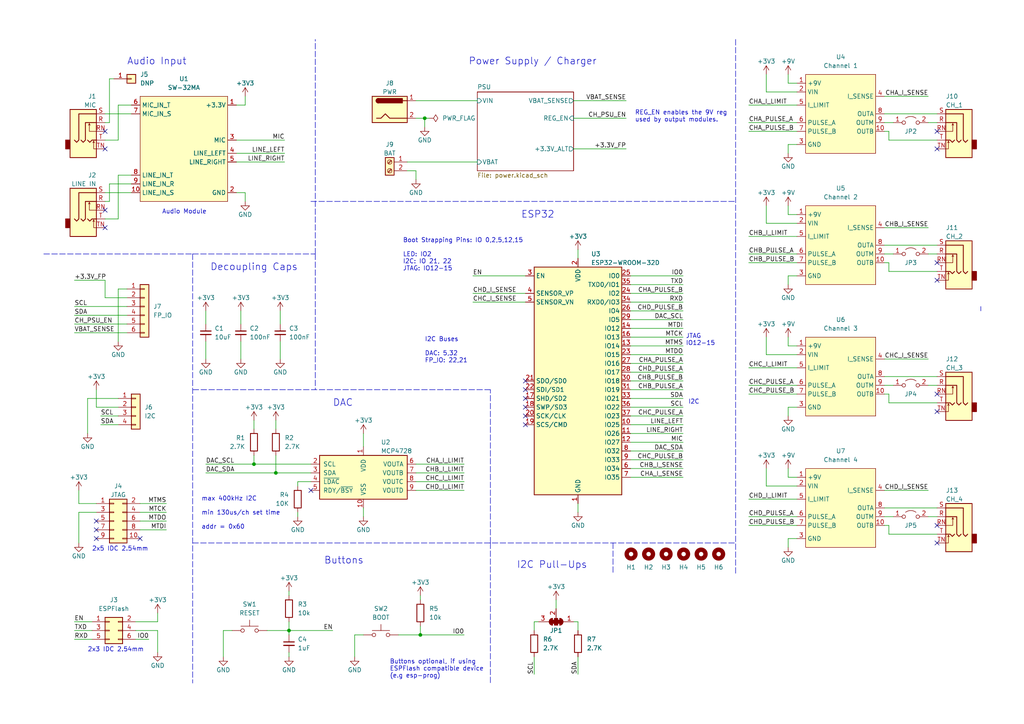
<source format=kicad_sch>
(kicad_sch (version 20211123) (generator eeschema)
  (paper "A4")
  (title_block (title "SW-3240") (date "2022-01-30") (rev "1") (company "saawsm") (comment 1 "See connector FP_IO and front panel board (e.g. SW-32MC1).") (comment 2 "Requires an I2C connection for control.") (comment 3 "The main board for the SW-3240."))
  (lib_symbols
    (symbol "Analog_DAC:MCP4728" (pin_names (offset 1.016))
      (property "Reference" "U" (at -12.7 6.35 0))
      (property "Value" "MCP4728" (at 12.7 6.35 0))
      (symbol "MCP4728_1_1"
        (pin power_in line (at 0 7.62 270) (length 2.54) (name "VDD") (number "1"))
        (pin power_in line (at 0 -10.16 90) (length 2.54) (name "VSS") (number "10"))
        (pin input line (at -15.24 2.54 0) (length 2.54) (name "SCL") (number "2"))
        (pin bidirectional line (at -15.24 0 0) (length 2.54) (name "SDA") (number "3"))
        (pin input line (at -15.24 -2.54 0) (length 2.54) (name "~{LDAC}") (number "4"))
        (pin output line (at -15.24 -5.08 0) (length 2.54) (name "RDY/~{BSY}") (number "5"))
        (pin output line (at 15.24 2.54 180) (length 2.54) (name "VOUTA") (number "6"))
        (pin output line (at 15.24 0 180) (length 2.54) (name "VOUTB") (number "7"))
        (pin output line (at 15.24 -2.54 180) (length 2.54) (name "VOUTC") (number "8"))
        (pin output line (at 15.24 -5.08 180) (length 2.54) (name "VOUTD") (number "9"))
      )
    )
    (symbol "Connector:AudioJack3_SwitchTR"
      (property "Reference" "J" (at 0 8.89 0))
      (property "Value" "AudioJack3_SwitchTR" (at 0 6.35 0))
      (symbol "AudioJack3_SwitchTR_1_1"
        (pin passive line (at 5.08 0 180) (length 2.54) (name "~") (number "R"))
        (pin passive line (at 5.08 -2.54 180) (length 2.54) (name "~") (number "RN"))
        (pin passive line (at 5.08 2.54 180) (length 2.54) (name "~") (number "S"))
        (pin passive line (at 5.08 -5.08 180) (length 2.54) (name "~") (number "T"))
        (pin passive line (at 5.08 -7.62 180) (length 2.54) (name "~") (number "TN"))
      )
    )
    (symbol "Connector:Barrel_Jack" (pin_names (offset 1.016))
      (property "Reference" "J" (at 0 5.334 0))
      (property "Value" "Barrel_Jack" (at 0 -5.08 0))
      (symbol "Barrel_Jack_1_1"
        (pin passive line (at 7.62 2.54 180) (length 2.54) (name "~") (number "1"))
        (pin passive line (at 7.62 -2.54 180) (length 2.54) (name "~") (number "2"))
      )
    )
    (symbol "Connector:Screw_Terminal_01x02" (pin_names (offset 1.016) hide)
      (property "Reference" "J" (at 0 2.54 0))
      (property "Value" "Screw_Terminal_01x02" (at 0 -5.08 0))
      (symbol "Screw_Terminal_01x02_1_1"
        (pin passive line (at -5.08 0 0) (length 3.81) (name "Pin_1") (number "1"))
        (pin passive line (at -5.08 -2.54 0) (length 3.81) (name "Pin_2") (number "2"))
      )
    )
    (symbol "Connector_Generic:Conn_01x01" (pin_names (offset 1.016) hide)
      (property "Reference" "J" (at 0 2.54 0))
      (property "Value" "Conn_01x01" (at 0 -2.54 0))
      (symbol "Conn_01x01_1_1"
        (pin passive line (at -5.08 0 0) (length 3.81) (name "Pin_1") (number "1"))
      )
    )
    (symbol "Connector_Generic:Conn_01x04" (pin_names (offset 1.016) hide)
      (property "Reference" "J" (at 0 5.08 0))
      (property "Value" "Conn_01x04" (at 0 -7.62 0))
      (symbol "Conn_01x04_1_1"
        (pin passive line (at -5.08 2.54 0) (length 3.81) (name "Pin_1") (number "1"))
        (pin passive line (at -5.08 0 0) (length 3.81) (name "Pin_2") (number "2"))
        (pin passive line (at -5.08 -2.54 0) (length 3.81) (name "Pin_3") (number "3"))
        (pin passive line (at -5.08 -5.08 0) (length 3.81) (name "Pin_4") (number "4"))
      )
    )
    (symbol "Connector_Generic:Conn_01x06" (pin_names (offset 1.016) hide)
      (property "Reference" "J" (at 0 7.62 0))
      (property "Value" "Conn_01x06" (at 0 -10.16 0))
      (symbol "Conn_01x06_1_1"
        (pin passive line (at -5.08 5.08 0) (length 3.81) (name "Pin_1") (number "1"))
        (pin passive line (at -5.08 2.54 0) (length 3.81) (name "Pin_2") (number "2"))
        (pin passive line (at -5.08 0 0) (length 3.81) (name "Pin_3") (number "3"))
        (pin passive line (at -5.08 -2.54 0) (length 3.81) (name "Pin_4") (number "4"))
        (pin passive line (at -5.08 -5.08 0) (length 3.81) (name "Pin_5") (number "5"))
        (pin passive line (at -5.08 -7.62 0) (length 3.81) (name "Pin_6") (number "6"))
      )
    )
    (symbol "Connector_Generic:Conn_02x03_Odd_Even" (pin_names (offset 1.016) hide)
      (property "Reference" "J" (at 1.27 5.08 0))
      (property "Value" "Conn_02x03_Odd_Even" (at 1.27 -5.08 0))
      (symbol "Conn_02x03_Odd_Even_1_1"
        (pin passive line (at -5.08 2.54 0) (length 3.81) (name "Pin_1") (number "1"))
        (pin passive line (at 7.62 2.54 180) (length 3.81) (name "Pin_2") (number "2"))
        (pin passive line (at -5.08 0 0) (length 3.81) (name "Pin_3") (number "3"))
        (pin passive line (at 7.62 0 180) (length 3.81) (name "Pin_4") (number "4"))
        (pin passive line (at -5.08 -2.54 0) (length 3.81) (name "Pin_5") (number "5"))
        (pin passive line (at 7.62 -2.54 180) (length 3.81) (name "Pin_6") (number "6"))
      )
    )
    (symbol "Connector_Generic:Conn_02x05_Odd_Even" (pin_names (offset 1.016) hide)
      (property "Reference" "J" (at 1.27 7.62 0))
      (property "Value" "Conn_02x05_Odd_Even" (at 1.27 -7.62 0))
      (symbol "Conn_02x05_Odd_Even_1_1"
        (pin passive line (at -5.08 5.08 0) (length 3.81) (name "Pin_1") (number "1"))
        (pin passive line (at 7.62 -5.08 180) (length 3.81) (name "Pin_10") (number "10"))
        (pin passive line (at 7.62 5.08 180) (length 3.81) (name "Pin_2") (number "2"))
        (pin passive line (at -5.08 2.54 0) (length 3.81) (name "Pin_3") (number "3"))
        (pin passive line (at 7.62 2.54 180) (length 3.81) (name "Pin_4") (number "4"))
        (pin passive line (at -5.08 0 0) (length 3.81) (name "Pin_5") (number "5"))
        (pin passive line (at 7.62 0 180) (length 3.81) (name "Pin_6") (number "6"))
        (pin passive line (at -5.08 -2.54 0) (length 3.81) (name "Pin_7") (number "7"))
        (pin passive line (at 7.62 -2.54 180) (length 3.81) (name "Pin_8") (number "8"))
        (pin passive line (at -5.08 -5.08 0) (length 3.81) (name "Pin_9") (number "9"))
      )
    )
    (symbol "Device:C_Small" (pin_numbers hide) (pin_names (offset 0.254) hide)
      (property "Reference" "C" (at 0.254 1.778 0))
      (property "Value" "C_Small" (at 0.254 -2.032 0))
      (symbol "C_Small_1_1"
        (pin passive line (at 0 2.54 270) (length 2.032) (name "~") (number "1"))
        (pin passive line (at 0 -2.54 90) (length 2.032) (name "~") (number "2"))
      )
    )
    (symbol "Device:R" (pin_numbers hide) (pin_names (offset 0))
      (property "Reference" "R" (at 2.032 0 90))
      (property "Value" "R" (at 0 0 90))
      (symbol "R_1_1"
        (pin passive line (at 0 3.81 270) (length 1.27) (name "~") (number "1"))
        (pin passive line (at 0 -3.81 90) (length 1.27) (name "~") (number "2"))
      )
    )
    (symbol "Jumper:Jumper_2_Open" (pin_names (offset 0) hide)
      (property "Reference" "JP" (at 0 2.794 0))
      (property "Value" "Jumper_2_Open" (at 0 -2.286 0))
      (symbol "Jumper_2_Open_1_1"
        (pin passive line (at -5.08 0 0) (length 2.54) (name "A") (number "1"))
        (pin passive line (at 5.08 0 180) (length 2.54) (name "B") (number "2"))
      )
    )
    (symbol "Jumper:SolderJumper_3_Bridged123" (pin_names (offset 0) hide)
      (property "Reference" "JP" (at -2.54 -2.54 0))
      (property "Value" "SolderJumper_3_Bridged123" (at 0 2.794 0))
      (symbol "SolderJumper_3_Bridged123_1_1"
        (pin passive line (at -5.08 0 0) (length 2.54) (name "A") (number "1"))
        (pin input line (at 0 -3.81 90) (length 2.54) (name "C") (number "2"))
        (pin passive line (at 5.08 0 180) (length 2.54) (name "B") (number "3"))
      )
    )
    (symbol "Mechanical:MountingHole" (pin_names (offset 1.016))
      (property "Reference" "H" (at 0 5.08 0))
      (property "Value" "MountingHole" (at 0 3.175 0))
    )
    (symbol "RF_Module:ESP32-WROOM-32D"
      (property "Reference" "U" (at -12.7 34.29 0))
      (property "Value" "ESP32-WROOM-32D" (at 1.27 34.29 0))
      (symbol "ESP32-WROOM-32D_1_1"
        (pin power_in line (at 0 -35.56 90) (length 2.54) (name "GND") (number "1"))
        (pin bidirectional line (at 15.24 -12.7 180) (length 2.54) (name "IO25") (number "10"))
        (pin bidirectional line (at 15.24 -15.24 180) (length 2.54) (name "IO26") (number "11"))
        (pin bidirectional line (at 15.24 -17.78 180) (length 2.54) (name "IO27") (number "12"))
        (pin bidirectional line (at 15.24 10.16 180) (length 2.54) (name "IO14") (number "13"))
        (pin bidirectional line (at 15.24 15.24 180) (length 2.54) (name "IO12") (number "14"))
        (pin passive line (at 0 -35.56 90) (length 2.54) hide (name "GND") (number "15"))
        (pin bidirectional line (at 15.24 12.7 180) (length 2.54) (name "IO13") (number "16"))
        (pin bidirectional line (at -15.24 -5.08 0) (length 2.54) (name "SHD/SD2") (number "17"))
        (pin bidirectional line (at -15.24 -7.62 0) (length 2.54) (name "SWP/SD3") (number "18"))
        (pin bidirectional line (at -15.24 -12.7 0) (length 2.54) (name "SCS/CMD") (number "19"))
        (pin power_in line (at 0 35.56 270) (length 2.54) (name "VDD") (number "2"))
        (pin bidirectional line (at -15.24 -10.16 0) (length 2.54) (name "SCK/CLK") (number "20"))
        (pin bidirectional line (at -15.24 0 0) (length 2.54) (name "SDO/SD0") (number "21"))
        (pin bidirectional line (at -15.24 -2.54 0) (length 2.54) (name "SDI/SD1") (number "22"))
        (pin bidirectional line (at 15.24 7.62 180) (length 2.54) (name "IO15") (number "23"))
        (pin bidirectional line (at 15.24 25.4 180) (length 2.54) (name "IO2") (number "24"))
        (pin bidirectional line (at 15.24 30.48 180) (length 2.54) (name "IO0") (number "25"))
        (pin bidirectional line (at 15.24 20.32 180) (length 2.54) (name "IO4") (number "26"))
        (pin bidirectional line (at 15.24 5.08 180) (length 2.54) (name "IO16") (number "27"))
        (pin bidirectional line (at 15.24 2.54 180) (length 2.54) (name "IO17") (number "28"))
        (pin bidirectional line (at 15.24 17.78 180) (length 2.54) (name "IO5") (number "29"))
        (pin input line (at -15.24 30.48 0) (length 2.54) (name "EN") (number "3"))
        (pin bidirectional line (at 15.24 0 180) (length 2.54) (name "IO18") (number "30"))
        (pin bidirectional line (at 15.24 -2.54 180) (length 2.54) (name "IO19") (number "31"))
        (pin no_connect line (at -12.7 -27.94 0) (length 2.54) hide (name "NC") (number "32"))
        (pin bidirectional line (at 15.24 -5.08 180) (length 2.54) (name "IO21") (number "33"))
        (pin bidirectional line (at 15.24 22.86 180) (length 2.54) (name "RXD0/IO3") (number "34"))
        (pin bidirectional line (at 15.24 27.94 180) (length 2.54) (name "TXD0/IO1") (number "35"))
        (pin bidirectional line (at 15.24 -7.62 180) (length 2.54) (name "IO22") (number "36"))
        (pin bidirectional line (at 15.24 -10.16 180) (length 2.54) (name "IO23") (number "37"))
        (pin passive line (at 0 -35.56 90) (length 2.54) hide (name "GND") (number "38"))
        (pin passive line (at 0 -35.56 90) (length 2.54) hide (name "GND") (number "39"))
        (pin input line (at -15.24 25.4 0) (length 2.54) (name "SENSOR_VP") (number "4"))
        (pin input line (at -15.24 22.86 0) (length 2.54) (name "SENSOR_VN") (number "5"))
        (pin input line (at 15.24 -25.4 180) (length 2.54) (name "IO34") (number "6"))
        (pin input line (at 15.24 -27.94 180) (length 2.54) (name "IO35") (number "7"))
        (pin bidirectional line (at 15.24 -20.32 180) (length 2.54) (name "IO32") (number "8"))
        (pin bidirectional line (at 15.24 -22.86 180) (length 2.54) (name "IO33") (number "9"))
      )
    )
    (symbol "SaawLib:SW-32MA"
      (property "Reference" "U" (at 0 16.51 0))
      (property "Value" "SW-32MA" (at 0 -16.51 0))
      (symbol "SW-32MA_1_1"
        (pin power_in line (at 15.24 12.7 180) (length 2.54) (name "+3.3V") (number "1"))
        (pin input line (at -15.24 -12.7 0) (length 2.54) (name "LINE_IN_S") (number "10"))
        (pin power_in line (at 15.24 -12.7 180) (length 2.54) (name "GND") (number "2"))
        (pin bidirectional line (at 15.24 2.54 180) (length 2.54) (name "MIC") (number "3"))
        (pin bidirectional line (at 15.24 -1.27 180) (length 2.54) (name "LINE_LEFT") (number "4"))
        (pin bidirectional line (at 15.24 -3.81 180) (length 2.54) (name "LINE_RIGHT") (number "5"))
        (pin input line (at -15.24 12.7 0) (length 2.54) (name "MIC_IN_T") (number "6"))
        (pin input line (at -15.24 10.16 0) (length 2.54) (name "MIC_IN_S") (number "7"))
        (pin input line (at -15.24 -7.62 0) (length 2.54) (name "LINE_IN_T") (number "8"))
        (pin input line (at -15.24 -10.16 0) (length 2.54) (name "LINE_IN_R") (number "9"))
      )
    )
    (symbol "SaawLib:SW-32MO"
      (property "Reference" "U" (at 0 11.43 0))
      (property "Value" "SW-32MO" (at 0 -13.97 0))
      (symbol "SW-32MO_1_1"
        (pin power_in line (at -12.7 7.62 0) (length 2.54) (name "+9V") (number "1"))
        (pin power_out line (at 12.7 -6.35 180) (length 2.54) (name "OUTB") (number "10"))
        (pin power_in line (at -12.7 5.08 0) (length 2.54) (name "VIN") (number "2"))
        (pin power_in line (at -12.7 -10.16 0) (length 2.54) (name "GND") (number "3"))
        (pin bidirectional line (at 12.7 3.81 180) (length 2.54) (name "I_SENSE") (number "4"))
        (pin input line (at -12.7 1.27 0) (length 2.54) (name "I_LIMIT") (number "5"))
        (pin input line (at -12.7 -3.81 0) (length 2.54) (name "PULSE_A") (number "6"))
        (pin input line (at -12.7 -6.35 0) (length 2.54) (name "PULSE_B") (number "7"))
        (pin power_out line (at 12.7 -1.27 180) (length 2.54) (name "OUTA") (number "8"))
        (pin power_out line (at 12.7 -3.81 180) (length 2.54) (name "OUTM") (number "9"))
      )
    )
    (symbol "Switch:SW_Push" (pin_numbers hide) (pin_names (offset 1.016) hide)
      (property "Reference" "SW" (at 1.27 2.54 0))
      (property "Value" "SW_Push" (at 0 -1.524 0))
      (symbol "SW_Push_0_1"
        (pin passive line (at -5.08 0 0) (length 2.54) (name "1") (number "1"))
        (pin passive line (at 5.08 0 180) (length 2.54) (name "2") (number "2"))
      )
    )
    (symbol "power:+3.3V" (power) (pin_names (offset 0))
      (property "Value" "+3.3V" (at 0 3.556 0))
      (symbol "+3.3V_1_1"
        (pin power_in line (at 0 0 90) (length 0) hide (name "+3V3") (number "1"))
      )
    )
    (symbol "power:+9V" (power) (pin_names (offset 0))
      (property "Value" "+9V" (at 0 3.556 0))
      (symbol "+9V_1_1"
        (pin power_in line (at 0 0 90) (length 0) hide (name "+9V") (number "1"))
      )
    )
    (symbol "power:GND" (power) (pin_names (offset 0))
      (property "Value" "GND" (at 0 -3.81 0))
      (symbol "GND_1_1"
        (pin power_in line (at 0 0 270) (length 0) hide (name "GND") (number "1"))
      )
    )
    (symbol "power:PWR_FLAG" (power) (pin_numbers hide) (pin_names (offset 0) hide)
      (property "Value" "PWR_FLAG" (at 0 3.81 0))
      (symbol "PWR_FLAG_0_0"
        (pin power_out line (at 0 0 90) (length 0) (name "pwr") (number "1"))
      )
    )
  )
  (junction (at 121.92 184.15))
  (junction (at 123.19 34.29))
  (junction (at 80.01 137.16))
  (junction (at 73.66 134.62))
  (junction (at 83.82 182.88))
  (no_connect (at 271.78 43.18))
  (no_connect (at 30.48 38.1))
  (no_connect (at 152.4 113.03))
  (no_connect (at 27.94 153.67))
  (no_connect (at 271.78 157.48))
  (no_connect (at 90.17 142.24))
  (no_connect (at 271.78 81.28))
  (no_connect (at 30.48 66.04))
  (no_connect (at 27.94 151.13))
  (no_connect (at 40.64 156.21))
  (no_connect (at 271.78 38.1))
  (no_connect (at 27.94 156.21))
  (no_connect (at 271.78 76.2))
  (no_connect (at 271.78 119.38))
  (no_connect (at 271.78 152.4))
  (no_connect (at 152.4 110.49))
  (no_connect (at 152.4 118.11))
  (no_connect (at 30.48 43.18))
  (no_connect (at 152.4 123.19))
  (no_connect (at 152.4 115.57))
  (no_connect (at 271.78 114.3))
  (no_connect (at 152.4 120.65))
  (no_connect (at 30.48 60.96))
  (wire (pts (xy 269.24 111.76) (xy 271.78 111.76)))
  (wire (pts (xy 102.87 184.15) (xy 102.87 190.5)))
  (wire (pts (xy 68.58 46.99) (xy 82.55 46.99)))
  (wire (pts (xy 257.81 76.2) (xy 257.81 78.74)))
  (wire (pts (xy 134.62 142.24) (xy 120.65 142.24)))
  (wire (pts (xy 269.24 27.94) (xy 256.54 27.94)))
  (wire (pts (xy 228.6 62.23) (xy 228.6 59.69)))
  (wire (pts (xy 154.94 195.58) (xy 154.94 190.5)))
  (wire (pts (xy 73.66 132.08) (xy 73.66 134.62)))
  (wire (pts (xy 86.36 148.59) (xy 86.36 149.86)))
  (wire (pts (xy 30.48 33.02) (xy 38.1 33.02)))
  (wire (pts (xy 182.88 107.95) (xy 198.12 107.95)))
  (wire (pts (xy 30.48 86.36) (xy 36.83 86.36)))
  (wire (pts (xy 34.29 118.11) (xy 27.94 118.11)))
  (wire (pts (xy 228.6 118.11) (xy 231.14 118.11)))
  (wire (pts (xy 26.67 182.88) (xy 21.59 182.88)))
  (wire (pts (xy 228.6 80.01) (xy 231.14 80.01)))
  (wire (pts (xy 166.37 43.18) (xy 181.61 43.18)))
  (wire (pts (xy 182.88 105.41) (xy 198.12 105.41)))
  (wire (pts (xy 256.54 109.22) (xy 271.78 109.22)))
  (wire (pts (xy 182.88 95.25) (xy 198.12 95.25)))
  (wire (pts (xy 134.62 134.62) (xy 120.65 134.62)))
  (wire (pts (xy 38.1 50.8) (xy 34.29 50.8)))
  (wire (pts (xy 182.88 130.81) (xy 198.12 130.81)))
  (wire (pts (xy 31.75 53.34) (xy 31.75 58.42)))
  (wire (pts (xy 222.25 59.69) (xy 222.25 64.77)))
  (wire (pts (xy 40.64 148.59) (xy 48.26 148.59)))
  (wire (pts (xy 182.88 87.63) (xy 198.12 87.63)))
  (wire (pts (xy 69.85 90.17) (xy 69.85 93.98)))
  (wire (pts (xy 154.94 180.34) (xy 156.21 180.34)))
  (wire (pts (xy 68.58 40.64) (xy 82.55 40.64)))
  (wire (pts (xy 269.24 35.56) (xy 271.78 35.56)))
  (wire (pts (xy 167.64 180.34) (xy 167.64 182.88)))
  (wire (pts (xy 182.88 97.79) (xy 198.12 97.79)))
  (wire (pts (xy 30.48 81.28) (xy 30.48 86.36)))
  (wire (pts (xy 256.54 33.02) (xy 271.78 33.02)))
  (wire (pts (xy 182.88 85.09) (xy 198.12 85.09)))
  (wire (pts (xy 217.17 68.58) (xy 231.14 68.58)))
  (wire (pts (xy 182.88 120.65) (xy 198.12 120.65)))
  (wire (pts (xy 80.01 121.92) (xy 80.01 124.46)))
  (wire (pts (xy 105.41 147.32) (xy 105.41 149.86)))
  (wire (pts (xy 40.64 151.13) (xy 48.26 151.13)))
  (wire (pts (xy 228.6 100.33) (xy 228.6 97.79)))
  (wire (pts (xy 83.82 189.23) (xy 83.82 190.5)))
  (wire (pts (xy 86.36 139.7) (xy 86.36 140.97)))
  (wire (pts (xy 182.88 80.01) (xy 198.12 80.01)))
  (wire (pts (xy 80.01 137.16) (xy 90.17 137.16)))
  (wire (pts (xy 269.24 66.04) (xy 256.54 66.04)))
  (wire (pts (xy 182.88 113.03) (xy 198.12 113.03)))
  (wire (pts (xy 123.19 34.29) (xy 124.46 34.29)))
  (wire (pts (xy 228.6 138.43) (xy 228.6 135.89)))
  (wire (pts (xy 26.67 180.34) (xy 21.59 180.34)))
  (wire (pts (xy 228.6 158.75) (xy 228.6 156.21)))
  (wire (pts (xy 30.48 35.56) (xy 31.75 35.56)))
  (polyline (pts (xy 142.24 157.48) (xy 142.24 113.03)))
  (wire (pts (xy 134.62 139.7) (xy 120.65 139.7)))
  (wire (pts (xy 38.1 53.34) (xy 31.75 53.34)))
  (polyline (pts (xy 284.48 88.9) (xy 284.48 90.17)))
  (wire (pts (xy 228.6 120.65) (xy 228.6 118.11)))
  (wire (pts (xy 121.92 172.72) (xy 121.92 173.99)))
  (wire (pts (xy 182.88 123.19) (xy 198.12 123.19)))
  (polyline (pts (xy 91.44 73.66) (xy 91.44 11.43)))
  (wire (pts (xy 257.81 38.1) (xy 257.81 40.64)))
  (wire (pts (xy 105.41 184.15) (xy 102.87 184.15)))
  (wire (pts (xy 120.65 29.21) (xy 138.43 29.21)))
  (wire (pts (xy 80.01 132.08) (xy 80.01 137.16)))
  (wire (pts (xy 269.24 104.14) (xy 256.54 104.14)))
  (wire (pts (xy 40.64 153.67) (xy 48.26 153.67)))
  (wire (pts (xy 228.6 82.55) (xy 228.6 80.01)))
  (wire (pts (xy 71.12 30.48) (xy 71.12 27.94)))
  (wire (pts (xy 182.88 128.27) (xy 198.12 128.27)))
  (wire (pts (xy 34.29 123.19) (xy 29.21 123.19)))
  (wire (pts (xy 118.11 49.53) (xy 120.65 49.53)))
  (polyline (pts (xy 91.44 73.66) (xy 91.44 113.03)))
  (wire (pts (xy 21.59 93.98) (xy 36.83 93.98)))
  (wire (pts (xy 34.29 120.65) (xy 29.21 120.65)))
  (wire (pts (xy 256.54 38.1) (xy 257.81 38.1)))
  (wire (pts (xy 256.54 73.66) (xy 259.08 73.66)))
  (wire (pts (xy 121.92 181.61) (xy 121.92 184.15)))
  (wire (pts (xy 182.88 115.57) (xy 198.12 115.57)))
  (wire (pts (xy 64.77 182.88) (xy 64.77 190.5)))
  (wire (pts (xy 34.29 50.8) (xy 34.29 63.5)))
  (wire (pts (xy 228.6 41.91) (xy 231.14 41.91)))
  (wire (pts (xy 73.66 121.92) (xy 73.66 124.46)))
  (wire (pts (xy 83.82 182.88) (xy 83.82 184.15)))
  (wire (pts (xy 231.14 26.67) (xy 222.25 26.67)))
  (wire (pts (xy 256.54 147.32) (xy 271.78 147.32)))
  (wire (pts (xy 30.48 55.88) (xy 38.1 55.88)))
  (wire (pts (xy 217.17 144.78) (xy 231.14 144.78)))
  (wire (pts (xy 22.86 148.59) (xy 27.94 148.59)))
  (wire (pts (xy 269.24 142.24) (xy 256.54 142.24)))
  (wire (pts (xy 120.65 52.07) (xy 120.65 49.53)))
  (wire (pts (xy 83.82 180.34) (xy 83.82 182.88)))
  (wire (pts (xy 228.6 156.21) (xy 231.14 156.21)))
  (wire (pts (xy 81.28 99.06) (xy 81.28 104.14)))
  (wire (pts (xy 83.82 182.88) (xy 96.52 182.88)))
  (wire (pts (xy 231.14 138.43) (xy 228.6 138.43)))
  (wire (pts (xy 123.19 36.83) (xy 123.19 34.29)))
  (wire (pts (xy 45.72 177.8) (xy 45.72 180.34)))
  (wire (pts (xy 34.29 83.82) (xy 34.29 99.06)))
  (wire (pts (xy 21.59 96.52) (xy 36.83 96.52)))
  (wire (pts (xy 118.11 46.99) (xy 138.43 46.99)))
  (wire (pts (xy 182.88 135.89) (xy 198.12 135.89)))
  (wire (pts (xy 59.69 137.16) (xy 80.01 137.16)))
  (wire (pts (xy 31.75 22.86) (xy 33.02 22.86)))
  (wire (pts (xy 217.17 30.48) (xy 231.14 30.48)))
  (wire (pts (xy 222.25 21.59) (xy 222.25 26.67)))
  (wire (pts (xy 83.82 182.88) (xy 77.47 182.88)))
  (wire (pts (xy 217.17 76.2) (xy 231.14 76.2)))
  (wire (pts (xy 71.12 58.42) (xy 71.12 55.88)))
  (polyline (pts (xy 12.7 73.66) (xy 55.88 73.66)))
  (wire (pts (xy 217.17 73.66) (xy 231.14 73.66)))
  (polyline (pts (xy 213.36 11.43) (xy 213.36 166.37)))
  (wire (pts (xy 39.37 182.88) (xy 45.72 182.88)))
  (wire (pts (xy 27.94 113.03) (xy 27.94 118.11)))
  (wire (pts (xy 166.37 29.21) (xy 181.61 29.21)))
  (wire (pts (xy 34.29 63.5) (xy 30.48 63.5)))
  (wire (pts (xy 182.88 82.55) (xy 198.12 82.55)))
  (wire (pts (xy 21.59 88.9) (xy 36.83 88.9)))
  (polyline (pts (xy 142.24 157.48) (xy 142.24 198.12)))
  (wire (pts (xy 167.64 146.05) (xy 167.64 148.59)))
  (wire (pts (xy 59.69 99.06) (xy 59.69 104.14)))
  (wire (pts (xy 21.59 81.28) (xy 30.48 81.28)))
  (wire (pts (xy 22.86 146.05) (xy 27.94 146.05)))
  (polyline (pts (xy 142.24 113.03) (xy 55.88 113.03)))
  (wire (pts (xy 256.54 71.12) (xy 271.78 71.12)))
  (wire (pts (xy 39.37 185.42) (xy 43.18 185.42)))
  (wire (pts (xy 257.81 154.94) (xy 271.78 154.94)))
  (wire (pts (xy 137.16 80.01) (xy 152.4 80.01)))
  (wire (pts (xy 25.4 115.57) (xy 34.29 115.57)))
  (wire (pts (xy 69.85 99.06) (xy 69.85 104.14)))
  (wire (pts (xy 68.58 30.48) (xy 71.12 30.48)))
  (wire (pts (xy 154.94 182.88) (xy 154.94 180.34)))
  (wire (pts (xy 217.17 35.56) (xy 231.14 35.56)))
  (wire (pts (xy 182.88 138.43) (xy 198.12 138.43)))
  (wire (pts (xy 67.31 182.88) (xy 64.77 182.88)))
  (polyline (pts (xy 55.88 73.66) (xy 55.88 198.12)))
  (wire (pts (xy 45.72 180.34) (xy 39.37 180.34)))
  (wire (pts (xy 161.29 173.99) (xy 161.29 176.53)))
  (polyline (pts (xy 90.17 58.42) (xy 213.36 58.42)))
  (wire (pts (xy 167.64 72.39) (xy 167.64 74.93)))
  (wire (pts (xy 137.16 85.09) (xy 152.4 85.09)))
  (wire (pts (xy 222.25 97.79) (xy 222.25 102.87)))
  (wire (pts (xy 22.86 157.48) (xy 22.86 148.59)))
  (wire (pts (xy 36.83 83.82) (xy 34.29 83.82)))
  (wire (pts (xy 115.57 184.15) (xy 121.92 184.15)))
  (wire (pts (xy 71.12 55.88) (xy 68.58 55.88)))
  (wire (pts (xy 257.81 114.3) (xy 257.81 116.84)))
  (polyline (pts (xy 55.88 157.48) (xy 213.36 157.48)))
  (wire (pts (xy 166.37 34.29) (xy 181.61 34.29)))
  (wire (pts (xy 22.86 142.24) (xy 22.86 146.05)))
  (wire (pts (xy 25.4 115.57) (xy 25.4 125.73)))
  (wire (pts (xy 269.24 149.86) (xy 271.78 149.86)))
  (wire (pts (xy 217.17 38.1) (xy 231.14 38.1)))
  (wire (pts (xy 217.17 114.3) (xy 231.14 114.3)))
  (wire (pts (xy 152.4 87.63) (xy 137.16 87.63)))
  (wire (pts (xy 231.14 102.87) (xy 222.25 102.87)))
  (wire (pts (xy 68.58 44.45) (xy 82.55 44.45)))
  (wire (pts (xy 256.54 35.56) (xy 259.08 35.56)))
  (wire (pts (xy 257.81 152.4) (xy 257.81 154.94)))
  (wire (pts (xy 134.62 137.16) (xy 120.65 137.16)))
  (wire (pts (xy 40.64 146.05) (xy 48.26 146.05)))
  (wire (pts (xy 228.6 44.45) (xy 228.6 41.91)))
  (wire (pts (xy 228.6 24.13) (xy 228.6 21.59)))
  (wire (pts (xy 166.37 180.34) (xy 167.64 180.34)))
  (wire (pts (xy 167.64 195.58) (xy 167.64 190.5)))
  (wire (pts (xy 182.88 110.49) (xy 198.12 110.49)))
  (wire (pts (xy 231.14 100.33) (xy 228.6 100.33)))
  (wire (pts (xy 31.75 58.42) (xy 30.48 58.42)))
  (wire (pts (xy 59.69 90.17) (xy 59.69 93.98)))
  (wire (pts (xy 269.24 73.66) (xy 271.78 73.66)))
  (wire (pts (xy 217.17 149.86) (xy 231.14 149.86)))
  (wire (pts (xy 73.66 134.62) (xy 90.17 134.62)))
  (wire (pts (xy 182.88 118.11) (xy 198.12 118.11)))
  (wire (pts (xy 31.75 35.56) (xy 31.75 22.86)))
  (wire (pts (xy 256.54 111.76) (xy 259.08 111.76)))
  (wire (pts (xy 256.54 152.4) (xy 257.81 152.4)))
  (wire (pts (xy 105.41 125.73) (xy 105.41 129.54)))
  (wire (pts (xy 231.14 62.23) (xy 228.6 62.23)))
  (wire (pts (xy 217.17 111.76) (xy 231.14 111.76)))
  (wire (pts (xy 182.88 100.33) (xy 198.12 100.33)))
  (wire (pts (xy 21.59 91.44) (xy 36.83 91.44)))
  (wire (pts (xy 182.88 92.71) (xy 198.12 92.71)))
  (wire (pts (xy 182.88 125.73) (xy 198.12 125.73)))
  (wire (pts (xy 256.54 76.2) (xy 257.81 76.2)))
  (wire (pts (xy 222.25 135.89) (xy 222.25 140.97)))
  (polyline (pts (xy 177.8 157.48) (xy 177.8 166.37)))
  (wire (pts (xy 257.81 116.84) (xy 271.78 116.84)))
  (wire (pts (xy 256.54 149.86) (xy 259.08 149.86)))
  (wire (pts (xy 182.88 102.87) (xy 198.12 102.87)))
  (wire (pts (xy 59.69 134.62) (xy 73.66 134.62)))
  (wire (pts (xy 83.82 171.45) (xy 83.82 172.72)))
  (wire (pts (xy 38.1 30.48) (xy 34.29 30.48)))
  (wire (pts (xy 90.17 139.7) (xy 86.36 139.7)))
  (wire (pts (xy 217.17 106.68) (xy 231.14 106.68)))
  (wire (pts (xy 231.14 140.97) (xy 222.25 140.97)))
  (wire (pts (xy 256.54 114.3) (xy 257.81 114.3)))
  (wire (pts (xy 26.67 185.42) (xy 21.59 185.42)))
  (wire (pts (xy 231.14 64.77) (xy 222.25 64.77)))
  (wire (pts (xy 45.72 182.88) (xy 45.72 189.23)))
  (wire (pts (xy 34.29 30.48) (xy 34.29 40.64)))
  (wire (pts (xy 182.88 133.35) (xy 198.12 133.35)))
  (wire (pts (xy 182.88 90.17) (xy 198.12 90.17)))
  (wire (pts (xy 257.81 78.74) (xy 271.78 78.74)))
  (polyline (pts (xy 55.88 73.66) (xy 91.44 73.66)))
  (wire (pts (xy 231.14 24.13) (xy 228.6 24.13)))
  (wire (pts (xy 217.17 152.4) (xy 231.14 152.4)))
  (wire (pts (xy 81.28 90.17) (xy 81.28 93.98)))
  (wire (pts (xy 257.81 40.64) (xy 271.78 40.64)))
  (wire (pts (xy 123.19 34.29) (xy 120.65 34.29)))
  (wire (pts (xy 121.92 184.15) (xy 134.62 184.15)))
  (wire (pts (xy 34.29 40.64) (xy 30.48 40.64)))
  (text "2x3 IDC 2.54mm" (at 25.4 189.23 0) (effects (font (size 1.27 1.27)) (justify left bottom)))
  (text "Buttons optional, if using\nESPFlash compatible device \n(e.g esp-prog)" (at 113.03 196.85 0) (effects (font (size 1.27 1.27)) (justify left bottom)))
  (text "ESP32" (at 151.13 63.5 0) (effects (font (size 2 2)) (justify left bottom)))
  (text "I2C Buses\n\nDAC: 5,32\nFP_IO: 22,21" (at 123.19 105.41 0) (effects (font (size 1.27 1.27)) (justify left bottom)))
  (text "I2C" (at 199.606 117.3916 0) (effects (font (size 1.27 1.27)) (justify left bottom)))
  (text "2x5 IDC 2.54mm" (at 26.67 160.02 0) (effects (font (size 1.27 1.27)) (justify left bottom)))
  (text "Audio Input" (at 36.83 19.05 0) (effects (font (size 2 2)) (justify left bottom)))
  (text "JTAG\nIO12-15" (at 198.9033 100.3876 0) (effects (font (size 1.27 1.27)) (justify left bottom)))
  (text "Boot Strapping Pins: IO 0,2,5,12,15\n\nLED: IO2\nI2C: IO 21, 22\nJTAG: IO12-15" (at 116.84 78.74 0) (effects (font (size 1.27 1.27)) (justify left bottom)))
  (text "Buttons" (at 93.98 163.83 0) (effects (font (size 2 2)) (justify left bottom)))
  (text "REG_EN enables the 9V reg\nused by output modules." (at 184.15 35.56 0) (effects (font (size 1.27 1.27)) (justify left bottom)))
  (text "I2C Pull-Ups" (at 149.86 165.1 0) (effects (font (size 2 2)) (justify left bottom)))
  (text "Decoupling Caps" (at 60.96 78.74 0) (effects (font (size 2 2)) (justify left bottom)))
  (text "Power Supply / Charger" (at 135.89 19.05 0) (effects (font (size 2 2)) (justify left bottom)))
  (text "DAC\n" (at 96.52 118.11 0) (effects (font (size 2 2)) (justify left bottom)))
  (text "max 400kHz I2C\n\nmin 130us/ch set time\n\naddr = 0x60" (at 58.42 153.67 0) (effects (font (size 1.27 1.27)) (justify left bottom)))
  (text "Audio Module" (at 46.99 62.23 0) (effects (font (size 1.27 1.27)) (justify left bottom)))
  (label "CHD_PULSE_B" (at 217.17 152.4 0))
  (label "CHC_I_LIMIT" (at 134.62 139.7 180))
  (label "SDA" (at 167.64 195.58 90))
  (label "IO0" (at 43.18 185.42 180))
  (label "CHD_PULSE_A" (at 198.12 107.95 180))
  (label "CHD_I_SENSE" (at 137.16 85.09 0))
  (label "CHB_PULSE_A" (at 198.12 113.03 180))
  (label "MTCK" (at 198.12 97.79 180))
  (label "CHA_I_LIMIT" (at 134.62 134.62 180))
  (label "CHC_I_LIMIT" (at 217.17 106.68 0))
  (label "CHB_I_SENSE" (at 198.12 135.89 180))
  (label "LINE_RIGHT" (at 82.55 46.99 180))
  (label "SDA" (at 198.12 115.57 180))
  (label "EN" (at 96.52 182.88 180))
  (label "CHA_PULSE_A" (at 217.17 35.56 0))
  (label "CHD_PULSE_A" (at 217.17 149.86 0))
  (label "SCL" (at 198.12 118.11 180))
  (label "CHD_I_LIMIT" (at 134.62 142.24 180))
  (label "+3.3V_FP" (at 181.61 43.18 180))
  (label "MTDI" (at 48.26 153.67 180))
  (label "CHB_PULSE_B" (at 217.17 76.2 0))
  (label "CHC_PULSE_A" (at 198.12 120.65 180))
  (label "CHB_I_SENSE" (at 269.24 66.04 180))
  (label "RXD" (at 198.12 87.63 180))
  (label "VBAT_SENSE" (at 21.59 96.52 0))
  (label "CHA_I_SENSE" (at 198.12 138.43 180))
  (label "CH_PSU_EN" (at 21.59 93.98 0))
  (label "CHB_I_LIMIT" (at 134.62 137.16 180))
  (label "DAC_SDA" (at 59.69 137.16 0))
  (label "CHA_I_SENSE" (at 269.24 27.94 180))
  (label "CHA_PULSE_A" (at 198.12 105.41 180))
  (label "CHB_PULSE_B" (at 198.12 110.49 180))
  (label "CHC_PULSE_B" (at 198.12 133.35 180))
  (label "CHA_I_LIMIT" (at 217.17 30.48 0))
  (label "CHD_I_SENSE" (at 269.24 142.24 180))
  (label "MTDO" (at 198.12 102.87 180))
  (label "CHC_PULSE_B" (at 217.17 114.3 0))
  (label "SCL" (at 21.59 88.9 0))
  (label "IO0" (at 198.12 80.01 180))
  (label "IO0" (at 134.62 184.15 180))
  (label "CHB_PULSE_A" (at 217.17 73.66 0))
  (label "+3.3V_FP" (at 21.59 81.28 0))
  (label "CHD_I_LIMIT" (at 217.17 144.78 0))
  (label "CHC_I_SENSE" (at 269.24 104.14 180))
  (label "MIC" (at 82.55 40.64 180))
  (label "EN" (at 137.16 80.01 0))
  (label "CH_PSU_EN" (at 181.61 34.29 180))
  (label "RXD" (at 21.59 185.42 0))
  (label "CHB_I_LIMIT" (at 217.17 68.58 0))
  (label "LINE_LEFT" (at 198.12 123.19 180))
  (label "TXD" (at 198.12 82.55 180))
  (label "CHC_I_SENSE" (at 137.16 87.63 0))
  (label "MTCK" (at 48.26 148.59 180))
  (label "MTMS" (at 198.12 100.33 180))
  (label "SDA" (at 21.59 91.44 0))
  (label "LINE_RIGHT" (at 198.12 125.73 180))
  (label "DAC_SCL" (at 198.12 92.71 180))
  (label "EN" (at 21.59 180.34 0))
  (label "CHA_PULSE_B" (at 217.17 38.1 0))
  (label "SCL" (at 29.21 120.65 0))
  (label "DAC_SCL" (at 59.69 134.62 0))
  (label "MTDI" (at 198.12 95.25 180))
  (label "CHA_PULSE_B" (at 198.12 85.09 180))
  (label "SDA" (at 29.21 123.19 0))
  (label "CHD_PULSE_B" (at 198.12 90.17 180))
  (label "SCL" (at 154.94 195.58 90))
  (label "CHC_PULSE_A" (at 217.17 111.76 0))
  (label "TXD" (at 21.59 182.88 0))
  (label "DAC_SDA" (at 198.12 130.81 180))
  (label "MIC" (at 198.12 128.27 180))
  (label "MTMS" (at 48.26 146.05 180))
  (label "VBAT_SENSE" (at 181.61 29.21 180))
  (label "MTDO" (at 48.26 151.13 180))
  (label "LINE_LEFT" (at 82.55 44.45 180))
  (symbol (lib_id "Connector:Barrel_Jack") (at 113.03 31.75 0) (unit 1)
    (property "Reference" "J8" (at 113.03 24.13 0))
    (property "Value" "PWR" (at 113.03 26.67 0))
    (property "Footprint" "SaawLib:BarrelJack_CUI_PJ-102AH_Horizontal" (effects hide))
  )
  (symbol (lib_id "power:GND") (at 25.4 125.73 0) (unit 1)
    (property "Reference" "#PWR03" (effects hide))
    (property "Value" "GND" (at 25.4 129.54 0))
  )
  (symbol (lib_id "power:+3.3V") (at 222.25 135.89 0) (unit 1)
    (property "Reference" "#PWR034" (effects hide))
    (property "Value" "+3.3V" (at 222.25 132.08 0))
  )
  (symbol (lib_id "power:+3.3V") (at 167.64 72.39 0) (unit 1)
    (property "Reference" "#PWR029" (effects hide))
    (property "Value" "+3.3V" (at 167.64 68.58 0))
  )
  (symbol (lib_id "power:GND") (at 228.6 120.65 0) (unit 1)
    (property "Reference" "#PWR040" (effects hide))
    (property "Value" "GND" (at 228.6 124.46 0))
  )
  (symbol (lib_id "Device:R") (at 167.64 186.69 0) (unit 1)
    (property "Reference" "R7" (at 170.18 185.4199 0) (effects (justify left)))
    (property "Value" "2.7K" (at 170.18 187.9599 0) (effects (justify left)))
    (property "Footprint" "Resistor_SMD:R_0603_1608Metric" (effects hide))
  )
  (symbol (lib_id "Mechanical:MountingHole") (at 193.1978 160.7053 0) (unit 1)
    (property "Reference" "H3" (at 193.1978 164.5153 0))
    (property "Value" "MountingHole" (effects hide))
    (property "Footprint" "MountingHole:MountingHole_2.2mm_M2" (effects hide))
  )
  (symbol (lib_id "power:+3.3V") (at 222.25 59.69 0) (unit 1)
    (property "Reference" "#PWR032" (effects hide))
    (property "Value" "+3.3V" (at 222.25 55.88 0))
  )
  (symbol (lib_id "Mechanical:MountingHole") (at 183.0378 160.7053 0) (unit 1)
    (property "Reference" "H1" (at 183.0378 164.5153 0))
    (property "Value" "MountingHole" (effects hide))
    (property "Footprint" "MountingHole:MountingHole_2.2mm_M2" (effects hide))
  )
  (symbol (lib_id "Connector:AudioJack3_SwitchTR") (at 276.86 35.56 0) (mirror y) (unit 1)
    (property "Reference" "J10" (at 274.32 27.94 0) (effects (justify right)))
    (property "Value" "CH_1" (at 274.32 30.48 0) (effects (justify right)))
    (property "Footprint" "SaawLib:STX-3100-5N" (effects hide))
  )
  (symbol (lib_id "Connector_Generic:Conn_01x04") (at 39.37 118.11 0) (unit 1)
    (property "Reference" "J6" (at 41.91 118.1099 0) (effects (justify left)))
    (property "Value" "I2C" (at 41.91 120.6499 0) (effects (justify left)))
    (property "Footprint" "Connector_PinHeader_2.54mm:PinHeader_1x04_P2.54mm_Vertical" (effects hide))
  )
  (symbol (lib_id "power:GND") (at 123.19 36.83 0) (unit 1)
    (property "Reference" "#PWR027" (effects hide))
    (property "Value" "GND" (at 123.19 40.64 0))
  )
  (symbol (lib_id "Connector:AudioJack3_SwitchTR") (at 276.86 73.66 0) (mirror y) (unit 1)
    (property "Reference" "J11" (at 274.32 66.04 0) (effects (justify right)))
    (property "Value" "CH_2" (at 274.32 68.58 0) (effects (justify right)))
    (property "Footprint" "SaawLib:STX-3100-5N" (effects hide))
  )
  (symbol (lib_id "power:+3.3V") (at 81.28 90.17 0) (unit 1)
    (property "Reference" "#PWR017" (effects hide))
    (property "Value" "+3.3V" (at 81.28 86.36 0))
  )
  (symbol (lib_id "Jumper:Jumper_2_Open") (at 264.16 149.86 0) (unit 1)
    (property "Reference" "JP5" (at 264.16 152.4 0))
    (property "Value" "Jumper_2_Open" (effects hide))
    (property "Footprint" "Connector_PinHeader_2.54mm:PinHeader_2x01_P2.54mm_Vertical" (effects hide))
  )
  (symbol (lib_id "Connector:Screw_Terminal_01x02") (at 113.03 46.99 0) (mirror y) (unit 1)
    (property "Reference" "J9" (at 113.03 41.91 0))
    (property "Value" "BAT" (at 113.03 44.45 0))
    (property "Footprint" "Connector_JST:JST_XH_B2B-XH-A_1x02_P2.50mm_Vertical" (effects hide))
  )
  (symbol (lib_id "Jumper:Jumper_2_Open") (at 264.16 35.56 0) (unit 1)
    (property "Reference" "JP2" (at 264.16 38.1 0))
    (property "Value" "Jumper_2_Open" (effects hide))
    (property "Footprint" "Connector_PinHeader_2.54mm:PinHeader_2x01_P2.54mm_Vertical" (effects hide))
  )
  (symbol (lib_id "Device:C_Small") (at 59.69 96.52 0) (unit 1)
    (property "Reference" "C1" (at 62.23 95.25 0) (effects (justify left)))
    (property "Value" "10uF" (at 62.23 97.79 0) (effects (justify left)))
    (property "Footprint" "Capacitor_SMD:C_0603_1608Metric" (effects hide))
  )
  (symbol (lib_id "Switch:SW_Push") (at 72.39 182.88 0) (unit 1)
    (property "Reference" "SW1" (at 72.39 175.26 0))
    (property "Value" "RESET" (at 72.39 177.8 0))
    (property "Footprint" "Button_Switch_SMD:SW_Push_SPST_NO_Alps_SKRK" (effects hide))
  )
  (symbol (lib_id "Switch:SW_Push") (at 110.49 184.15 0) (unit 1)
    (property "Reference" "SW2" (at 110.49 176.53 0))
    (property "Value" "BOOT" (at 110.49 179.07 0))
    (property "Footprint" "Button_Switch_SMD:SW_Push_SPST_NO_Alps_SKRK" (effects hide))
  )
  (symbol (lib_id "power:+3.3V") (at 222.25 97.79 0) (unit 1)
    (property "Reference" "#PWR033" (effects hide))
    (property "Value" "+3.3V" (at 222.25 93.98 0))
  )
  (symbol (lib_id "Jumper:SolderJumper_3_Bridged123") (at 161.29 180.34 180) (unit 1)
    (property "Reference" "JP1" (at 161.29 182.88 0))
    (property "Value" "SolderJumper_3_Bridged123" (effects hide))
    (property "Footprint" "SaawLib:SolderJumper-3_P1.3mm_Bridged123_Pad1.0x1.5mm_NumberLabels" (effects hide))
  )
  (symbol (lib_id "Device:R") (at 121.92 177.8 180) (unit 1)
    (property "Reference" "R5" (at 124.46 176.5299 0) (effects (justify right)))
    (property "Value" "10k" (at 124.46 179.0699 0) (effects (justify right)))
    (property "Footprint" "Resistor_SMD:R_0603_1608Metric" (effects hide))
  )
  (symbol (lib_id "power:GND") (at 22.86 157.48 0) (unit 1)
    (property "Reference" "#PWR02" (effects hide))
    (property "Value" "GND" (at 22.86 161.29 0))
  )
  (symbol (lib_id "power:GND") (at 105.41 149.86 0) (unit 1)
    (property "Reference" "#PWR024" (effects hide))
    (property "Value" "GND" (at 105.41 153.67 0))
  )
  (symbol (lib_id "power:+3.3V") (at 222.25 21.59 0) (unit 1)
    (property "Reference" "#PWR031" (effects hide))
    (property "Value" "+3.3V" (at 222.25 17.78 0))
  )
  (symbol (lib_id "Device:R") (at 86.36 144.78 180) (unit 1)
    (property "Reference" "R4" (at 83.82 143.5099 0) (effects (justify left)))
    (property "Value" "10K" (at 83.82 146.0499 0) (effects (justify left)))
    (property "Footprint" "Resistor_SMD:R_0603_1608Metric" (effects hide))
  )
  (symbol (lib_id "SaawLib:SW-32MO") (at 243.84 69.85 0) (unit 1)
    (property "Reference" "U5" (at 243.84 54.61 0))
    (property "Value" "Channel 2" (at 243.84 57.15 0))
    (property "Footprint" "SaawLib:SW-32MO_Socket" (effects hide))
  )
  (symbol (lib_id "Connector_Generic:Conn_02x03_Odd_Even") (at 31.75 182.88 0) (unit 1)
    (property "Reference" "J3" (at 33.02 173.99 0))
    (property "Value" "ESPFlash" (at 33.02 176.53 0))
    (property "Footprint" "Connector_PinHeader_2.54mm:PinHeader_2x03_P2.54mm_Vertical" (effects hide))
  )
  (symbol (lib_id "Mechanical:MountingHole") (at 198.2778 160.7053 0) (unit 1)
    (property "Reference" "H4" (at 198.2778 164.5153 0))
    (property "Value" "MountingHole" (effects hide))
    (property "Footprint" "MountingHole:MountingHole_2.2mm_M2" (effects hide))
  )
  (symbol (lib_id "power:GND") (at 69.85 104.14 0) (unit 1)
    (property "Reference" "#PWR012" (effects hide))
    (property "Value" "GND" (at 69.85 107.95 0))
  )
  (symbol (lib_id "power:GND") (at 120.65 52.07 0) (unit 1)
    (property "Reference" "#PWR025" (effects hide))
    (property "Value" "GND" (at 120.65 55.88 0))
  )
  (symbol (lib_id "power:+3.3V") (at 121.92 172.72 0) (unit 1)
    (property "Reference" "#PWR026" (effects hide))
    (property "Value" "+3.3V" (at 121.92 168.91 0))
  )
  (symbol (lib_id "power:+3.3V") (at 45.72 177.8 0) (unit 1)
    (property "Reference" "#PWR06" (effects hide))
    (property "Value" "+3.3V" (at 45.72 173.99 0))
  )
  (symbol (lib_id "power:+3.3V") (at 22.86 142.24 0) (unit 1)
    (property "Reference" "#PWR01" (effects hide))
    (property "Value" "+3.3V" (at 22.86 138.43 0))
  )
  (symbol (lib_id "Connector:AudioJack3_SwitchTR") (at 25.4 35.56 0) (unit 1)
    (property "Reference" "J1" (at 27.94 27.94 0) (effects (justify right)))
    (property "Value" "MIC" (at 27.94 30.48 0) (effects (justify right)))
    (property "Footprint" "SaawLib:STX-3100-5N" (effects hide))
  )
  (symbol (lib_id "power:+3.3V") (at 59.69 90.17 0) (unit 1)
    (property "Reference" "#PWR08" (effects hide))
    (property "Value" "+3.3V" (at 59.69 86.36 0))
  )
  (symbol (lib_id "Device:C_Small") (at 81.28 96.52 0) (unit 1)
    (property "Reference" "C3" (at 83.82 95.25 0) (effects (justify left)))
    (property "Value" "100nF" (at 83.82 97.79 0) (effects (justify left)))
    (property "Footprint" "Capacitor_SMD:C_0603_1608Metric" (effects hide))
  )
  (symbol (lib_id "Device:C_Small") (at 69.85 96.52 0) (unit 1)
    (property "Reference" "C2" (at 72.39 95.25 0) (effects (justify left)))
    (property "Value" "100nF" (at 72.39 97.79 0) (effects (justify left)))
    (property "Footprint" "Capacitor_SMD:C_0603_1608Metric" (effects hide))
  )
  (symbol (lib_id "power:+3.3V") (at 80.01 121.92 0) (unit 1)
    (property "Reference" "#PWR016" (effects hide))
    (property "Value" "+3.3V" (at 80.01 118.11 0))
  )
  (symbol (lib_id "power:+3.3V") (at 27.94 113.03 0) (unit 1)
    (property "Reference" "#PWR04" (effects hide))
    (property "Value" "+3.3V" (at 27.94 109.22 0))
  )
  (symbol (lib_id "power:+3.3V") (at 105.41 125.73 0) (unit 1)
    (property "Reference" "#PWR023" (effects hide))
    (property "Value" "+3.3V" (at 105.41 121.92 0))
  )
  (symbol (lib_id "power:+3.3V") (at 83.82 171.45 0) (unit 1)
    (property "Reference" "#PWR019" (effects hide))
    (property "Value" "+3.3V" (at 83.82 167.64 0))
  )
  (symbol (lib_id "power:GND") (at 86.36 149.86 0) (unit 1)
    (property "Reference" "#PWR021" (effects hide))
    (property "Value" "GND" (at 86.36 153.67 0))
  )
  (symbol (lib_id "power:GND") (at 64.77 190.5 0) (unit 1)
    (property "Reference" "#PWR010" (effects hide))
    (property "Value" "GND" (at 64.77 194.31 0))
  )
  (symbol (lib_id "Analog_DAC:MCP4728") (at 105.41 137.16 0) (unit 1)
    (property "Reference" "U2" (at 110.49 128.27 0) (effects (justify left)))
    (property "Value" "MCP4728" (at 110.49 130.81 0) (effects (justify left)))
    (property "Footprint" "Package_SO:MSOP-10_3x3mm_P0.5mm" (effects hide))
    (property "Datasheet" "http://ww1.microchip.com/downloads/en/DeviceDoc/22187E.pdf" (effects hide))
  )
  (symbol (lib_id "power:GND") (at 102.87 190.5 0) (unit 1)
    (property "Reference" "#PWR022" (effects hide))
    (property "Value" "GND" (at 102.87 194.31 0))
  )
  (symbol (lib_id "power:+3.3V") (at 73.66 121.92 0) (unit 1)
    (property "Reference" "#PWR015" (effects hide))
    (property "Value" "+3.3V" (at 73.66 118.11 0))
  )
  (symbol (lib_id "power:+9V") (at 228.6 21.59 0) (unit 1)
    (property "Reference" "#PWR035" (effects hide))
    (property "Value" "+9V" (at 228.6 17.78 0))
  )
  (symbol (lib_id "power:GND") (at 59.69 104.14 0) (unit 1)
    (property "Reference" "#PWR09" (effects hide))
    (property "Value" "GND" (at 59.69 107.95 0))
  )
  (symbol (lib_id "power:GND") (at 71.12 58.42 0) (unit 1)
    (property "Reference" "#PWR014" (effects hide))
    (property "Value" "GND" (at 71.12 62.23 0))
  )
  (symbol (lib_id "Connector:AudioJack3_SwitchTR") (at 276.86 111.76 0) (mirror y) (unit 1)
    (property "Reference" "J12" (at 274.32 104.14 0) (effects (justify right)))
    (property "Value" "CH_3" (at 274.32 106.68 0) (effects (justify right)))
    (property "Footprint" "SaawLib:STX-3100-5N" (effects hide))
  )
  (symbol (lib_id "power:GND") (at 167.64 148.59 0) (unit 1)
    (property "Reference" "#PWR030" (effects hide))
    (property "Value" "GND" (at 167.64 152.4 0))
  )
  (symbol (lib_id "power:+3.3V") (at 71.12 27.94 0) (unit 1)
    (property "Reference" "#PWR013" (effects hide))
    (property "Value" "+3.3V" (at 71.12 24.13 0))
  )
  (symbol (lib_id "power:+3.3V") (at 161.29 173.99 0) (unit 1)
    (property "Reference" "#PWR028" (effects hide))
    (property "Value" "+3.3V" (at 161.29 170.18 0))
  )
  (symbol (lib_id "SaawLib:SW-32MA") (at 53.34 43.18 0) (unit 1)
    (property "Reference" "U1" (at 53.34 22.86 0))
    (property "Value" "SW-32MA" (at 53.34 25.4 0))
    (property "Footprint" "SaawLib:SW-32MA_Socket" (effects hide))
  )
  (symbol (lib_id "power:GND") (at 45.72 189.23 0) (unit 1)
    (property "Reference" "#PWR07" (effects hide))
    (property "Value" "GND" (at 45.72 193.04 0))
  )
  (symbol (lib_id "SaawLib:SW-32MO") (at 243.84 146.05 0) (unit 1)
    (property "Reference" "U7" (at 243.84 130.81 0))
    (property "Value" "Channel 4" (at 243.84 133.35 0))
    (property "Footprint" "SaawLib:SW-32MO_Socket" (effects hide))
  )
  (symbol (lib_id "power:+9V") (at 228.6 135.89 0) (unit 1)
    (property "Reference" "#PWR041" (effects hide))
    (property "Value" "+9V" (at 228.6 132.08 0))
  )
  (symbol (lib_id "Connector:AudioJack3_SwitchTR") (at 276.86 149.86 0) (mirror y) (unit 1)
    (property "Reference" "J13" (at 274.32 142.24 0) (effects (justify right)))
    (property "Value" "CH_4" (at 274.32 144.78 0) (effects (justify right)))
    (property "Footprint" "SaawLib:STX-3100-5N" (effects hide))
  )
  (symbol (lib_id "Device:R") (at 154.94 186.69 0) (unit 1)
    (property "Reference" "R6" (at 157.48 185.4199 0) (effects (justify left)))
    (property "Value" "2.7K" (at 157.48 187.9599 0) (effects (justify left)))
    (property "Footprint" "Resistor_SMD:R_0603_1608Metric" (effects hide))
  )
  (symbol (lib_id "Device:R") (at 80.01 128.27 0) (unit 1)
    (property "Reference" "R2" (at 82.55 126.9999 0) (effects (justify left)))
    (property "Value" "2.7K" (at 82.55 129.5399 0) (effects (justify left)))
    (property "Footprint" "Resistor_SMD:R_0603_1608Metric" (effects hide))
  )
  (symbol (lib_id "power:GND") (at 34.29 99.06 0) (unit 1)
    (property "Reference" "#PWR05" (effects hide))
    (property "Value" "GND" (at 34.29 102.87 0))
  )
  (symbol (lib_id "Connector:AudioJack3_SwitchTR") (at 25.4 58.42 0) (unit 1)
    (property "Reference" "J2" (at 27.94 50.8 0) (effects (justify right)))
    (property "Value" "LINE IN" (at 27.94 53.34 0) (effects (justify right)))
    (property "Footprint" "SaawLib:STX-3100-5N" (effects hide))
  )
  (symbol (lib_id "power:+9V") (at 228.6 97.79 0) (unit 1)
    (property "Reference" "#PWR039" (effects hide))
    (property "Value" "+9V" (at 228.6 93.98 0))
  )
  (symbol (lib_id "Mechanical:MountingHole") (at 203.3578 160.7053 0) (unit 1)
    (property "Reference" "H5" (at 203.3578 164.5153 0))
    (property "Value" "MountingHole" (effects hide))
    (property "Footprint" "MountingHole:MountingHole_2.2mm_M2" (effects hide))
  )
  (symbol (lib_id "Device:R") (at 73.66 128.27 0) (unit 1)
    (property "Reference" "R1" (at 71.12 126.9999 0) (effects (justify right)))
    (property "Value" "2.7K" (at 71.12 129.5399 0) (effects (justify right)))
    (property "Footprint" "Resistor_SMD:R_0603_1608Metric" (effects hide))
  )
  (symbol (lib_id "Connector_Generic:Conn_02x05_Odd_Even") (at 33.02 151.13 0) (unit 1)
    (property "Reference" "J4" (at 34.29 140.97 0))
    (property "Value" "JTAG" (at 34.29 143.51 0))
    (property "Footprint" "Connector_PinHeader_2.54mm:PinHeader_2x05_P2.54mm_Vertical" (effects hide))
  )
  (symbol (lib_id "power:GND") (at 81.28 104.14 0) (unit 1)
    (property "Reference" "#PWR018" (effects hide))
    (property "Value" "GND" (at 81.28 107.95 0))
  )
  (symbol (lib_id "SaawLib:SW-32MO") (at 243.84 107.95 0) (unit 1)
    (property "Reference" "U6" (at 243.84 92.71 0))
    (property "Value" "Channel 3" (at 243.84 95.25 0))
    (property "Footprint" "SaawLib:SW-32MO_Socket" (effects hide))
  )
  (symbol (lib_id "power:+3.3V") (at 69.85 90.17 0) (unit 1)
    (property "Reference" "#PWR011" (effects hide))
    (property "Value" "+3.3V" (at 69.85 86.36 0))
  )
  (symbol (lib_id "power:GND") (at 83.82 190.5 0) (unit 1)
    (property "Reference" "#PWR020" (effects hide))
    (property "Value" "GND" (at 83.82 194.31 0))
  )
  (symbol (lib_id "power:GND") (at 228.6 158.75 0) (unit 1)
    (property "Reference" "#PWR042" (effects hide))
    (property "Value" "GND" (at 228.6 162.56 0))
  )
  (symbol (lib_id "Device:R") (at 83.82 176.53 180) (unit 1)
    (property "Reference" "R3" (at 86.36 175.2599 0) (effects (justify right)))
    (property "Value" "10k" (at 86.36 177.7999 0) (effects (justify right)))
    (property "Footprint" "Resistor_SMD:R_0603_1608Metric" (effects hide))
  )
  (symbol (lib_id "Mechanical:MountingHole") (at 188.1178 160.7053 0) (unit 1)
    (property "Reference" "H2" (at 188.1178 164.5153 0))
    (property "Value" "MountingHole" (effects hide))
    (property "Footprint" "MountingHole:MountingHole_2.2mm_M2" (effects hide))
  )
  (symbol (lib_id "SaawLib:SW-32MO") (at 243.84 31.75 0) (unit 1)
    (property "Reference" "U4" (at 243.84 16.51 0))
    (property "Value" "Channel 1" (at 243.84 19.05 0))
    (property "Footprint" "SaawLib:SW-32MO_Socket" (effects hide))
  )
  (symbol (lib_id "Device:C_Small") (at 83.82 186.69 0) (unit 1)
    (property "Reference" "C4" (at 86.36 185.4262 0) (effects (justify left)))
    (property "Value" "1uF" (at 86.36 187.9662 0) (effects (justify left)))
    (property "Footprint" "Capacitor_SMD:C_0603_1608Metric" (effects hide))
  )
  (symbol (lib_id "power:GND") (at 228.6 82.55 0) (unit 1)
    (property "Reference" "#PWR038" (effects hide))
    (property "Value" "GND" (at 228.6 86.36 0))
  )
  (symbol (lib_id "Connector_Generic:Conn_01x06") (at 41.91 88.9 0) (unit 1)
    (property "Reference" "J7" (at 44.45 88.8999 0) (effects (justify left)))
    (property "Value" "FP_IO" (at 44.45 91.4399 0) (effects (justify left)))
  )
  (symbol (lib_id "Jumper:Jumper_2_Open") (at 264.16 111.76 0) (unit 1)
    (property "Reference" "JP4" (at 264.16 114.3 0))
    (property "Value" "Jumper_2_Open" (effects hide))
    (property "Footprint" "Connector_PinHeader_2.54mm:PinHeader_2x01_P2.54mm_Vertical" (effects hide))
  )
  (symbol (lib_id "power:+9V") (at 228.6 59.69 0) (unit 1)
    (property "Reference" "#PWR037" (effects hide))
    (property "Value" "+9V" (at 228.6 55.88 0))
  )
  (symbol (lib_id "Jumper:Jumper_2_Open") (at 264.16 73.66 0) (unit 1)
    (property "Reference" "JP3" (at 264.16 76.2 0))
    (property "Value" "Jumper_2_Open" (effects hide))
    (property "Footprint" "Connector_PinHeader_2.54mm:PinHeader_2x01_P2.54mm_Vertical" (effects hide))
  )
  (symbol (lib_id "RF_Module:ESP32-WROOM-32D") (at 167.64 110.49 0) (unit 1)
    (property "Reference" "U3" (at 171.45 73.66 0) (effects (justify left)))
    (property "Value" "ESP32-WROOM-32D" (at 171.45 76.2 0) (effects (justify left)))
    (property "Footprint" "RF_Module:ESP32-WROOM-32" (effects hide))
    (property "Datasheet" "https://www.espressif.com/sites/default/files/documentation/esp32-wroom-32d_esp32-wroom-32u_datasheet_en.pdf" (effects hide))
  )
  (symbol (lib_id "Connector_Generic:Conn_01x01") (at 38.1 22.86 0) (unit 1)
    (property "Reference" "J5" (at 40.64 21.5899 0) (effects (justify left)))
    (property "Value" "DNP" (at 40.64 24.1299 0) (effects (justify left)))
    (property "Footprint" "Connector_PinHeader_2.54mm:PinHeader_1x01_P2.54mm_Vertical" (effects hide))
  )
  (symbol (lib_id "power:PWR_FLAG") (at 124.46 34.29 270) (unit 1)
    (property "Reference" "#FLG01" (effects hide))
    (property "Value" "PWR_FLAG" (at 128.27 34.2899 90) (effects (justify left)))
  )
  (symbol (lib_id "power:GND") (at 228.6 44.45 0) (unit 1)
    (property "Reference" "#PWR036" (effects hide))
    (property "Value" "GND" (at 228.6 48.26 0))
  )
  (symbol (lib_id "Mechanical:MountingHole") (at 208.4378 160.7053 0) (unit 1)
    (property "Reference" "H6" (at 208.4378 164.5153 0))
    (property "Value" "MountingHole" (effects hide))
    (property "Footprint" "MountingHole:MountingHole_2.2mm_M2" (effects hide))
  )
  (sheet (at 138.43 26.67) (size 27.94 22.86) (stroke (width 0.1524))
    (property "Sheet name" "PSU" (at 138.43 25.9584 0) (effects (justify left bottom)))
    (property "Sheet file" "power.kicad_sch" (at 138.43 50.1146 0) (effects (justify left top)))
    (pin "VBAT_SENSE" output (at 166.37 29.21 0))
    (pin "REG_EN" input (at 166.37 34.29 0))
    (pin "VBAT" input (at 138.43 46.99 180))
    (pin "VIN" input (at 138.43 29.21 180))
    (pin "+3.3V_ALT" output (at 166.37 43.18 0))
  )
)
</source>
